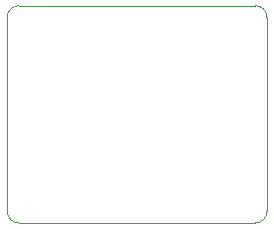
<source format=gm1>
G04 #@! TF.GenerationSoftware,KiCad,Pcbnew,(5.0.0)*
G04 #@! TF.CreationDate,2019-01-14T07:55:56+00:00*
G04 #@! TF.ProjectId,AS5600_I2C_v1,4153353630305F4932435F76312E6B69,rev?*
G04 #@! TF.SameCoordinates,Original*
G04 #@! TF.FileFunction,Profile,NP*
%FSLAX46Y46*%
G04 Gerber Fmt 4.6, Leading zero omitted, Abs format (unit mm)*
G04 Created by KiCad (PCBNEW (5.0.0)) date 01/14/19 07:55:56*
%MOMM*%
%LPD*%
G01*
G04 APERTURE LIST*
%ADD10C,0.100000*%
G04 APERTURE END LIST*
D10*
X178480000Y-68580000D02*
G75*
G02X179480000Y-69580000I0J-1000000D01*
G01*
X157480000Y-69580000D02*
G75*
G02X158480000Y-68580000I1000000J0D01*
G01*
X158480000Y-86980000D02*
G75*
G02X157480000Y-85980000I0J1000000D01*
G01*
X179480000Y-85980000D02*
G75*
G02X178480000Y-86980000I-1000000J0D01*
G01*
X157480000Y-69580000D02*
X157480000Y-85980000D01*
X158480000Y-86980000D02*
X178480000Y-86980000D01*
X179480000Y-85980000D02*
X179480000Y-69580000D01*
X178480000Y-68580000D02*
X158480000Y-68580000D01*
M02*

</source>
